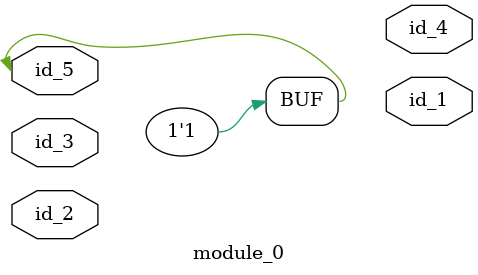
<source format=v>
module module_0 (
    id_1,
    id_2,
    id_3,
    id_4,
    id_5
);
  inout id_5;
  output id_4;
  input id_3;
  input id_2;
  output id_1;
  assign id_5 = 1;
endmodule

</source>
